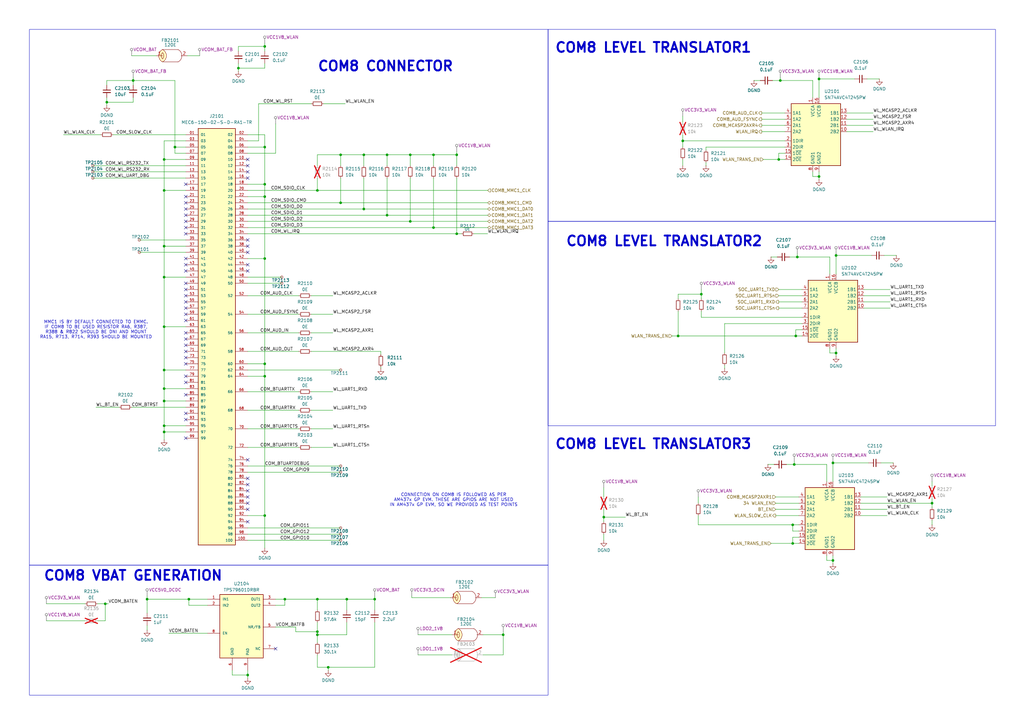
<source format=kicad_sch>
(kicad_sch (version 20250114) (generator "eeschema") (generator_version "9.0")
  (paper "A3")
  (title_block (title "Barre de son (base saine)") (date "2025-05-16") (rev "1.0") (company "NDH"))
  (rectangle (start 224.79 90.805) (end 408.305 174.625))
  (rectangle (start 224.79 12.065) (end 408.305 90.805))
  (rectangle (start 12.065 12.065) (end 224.79 231.775))
  (rectangle (start 12.065 231.775) (end 224.79 285.115))
  (text "COM8 LEVEL TRANSLATOR3" (at 267.97 182.245 0) (effects (font (size 4 4) (thickness 0.8) (bold yes))))
  (text "COM8 CONNECTOR" (at 158.115 27.305 0) (effects (font (size 4 4) (thickness 0.8) (bold yes))))
  (text "COM8 LEVEL TRANSLATOR2" (at 272.415 99.06 0) (effects (font (size 4 4) (thickness 0.8) (bold yes))))
  (text "COM8 VBAT GENERATION" (at 54.61 236.22 0) (effects (font (size 4 4) (thickness 0.8) (bold yes))))
  (text "CONNECTION ON COM8 IS FOLLOWED AS PER\nAM437x GP EVM. THESE ARE GPIOS ARE NOT USED\nIN AM437x GP EVM, SO WE PROVIDED AS TEST POINTS" (at 186.055 205.105 0) (effects (font (size 1.27 1.27))))
  (text "MMC1 IS BY DEFAULT CONNECTED TO EMMC.\nIF COM8 TO BE USED RESISTOR RA6, R387,\nR388 & R822 SHOULD BE DNI AND MOUNT\nRA15, R713, R714, R393 SHOULD BE MOUNTED\n" (at 39.37 135.255 0) (effects (font (size 1.27 1.27))))
  (text "COM8 LEVEL TRANSLATOR1\n" (at 267.97 19.685 0) (effects (font (size 4 4) (thickness 0.8) (bold yes))))
  (junction (at 67.31 164.465))
  (junction (at 247.65 212.09))
  (junction (at 287.655 120.65))
  (junction (at 341.63 229.87))
  (junction (at 101.6 276.86))
  (junction (at 108.585 154.305))
  (junction (at 278.13 137.795))
  (junction (at 43.815 41.91))
  (junction (at 130.175 259.08))
  (junction (at 177.8 63.5))
  (junction (at 43.18 247.65))
  (junction (at 335.915 32.385))
  (junction (at 67.31 100.965))
  (junction (at 108.585 106.045))
  (junction (at 108.585 19.05))
  (junction (at 280.035 57.785))
  (junction (at 67.31 113.665))
  (junction (at 116.84 245.745))
  (junction (at 67.31 133.985))
  (junction (at 67.31 65.405))
  (junction (at 130.175 78.105))
  (junction (at 77.47 245.745))
  (junction (at 335.915 72.39))
  (junction (at 325.12 215.265))
  (junction (at 187.325 63.5))
  (junction (at 67.31 177.165))
  (junction (at 319.405 65.405))
  (junction (at 326.39 137.795))
  (junction (at 149.225 63.5))
  (junction (at 108.585 75.565))
  (junction (at 71.755 60.325))
  (junction (at 187.325 95.885))
  (junction (at 108.585 80.645))
  (junction (at 382.27 206.375))
  (junction (at 325.12 222.885))
  (junction (at 342.9 144.78))
  (junction (at 54.61 33.02))
  (junction (at 341.63 189.865))
  (junction (at 134.62 273.685))
  (junction (at 108.585 60.325))
  (junction (at 158.75 63.5))
  (junction (at 108.585 149.225))
  (junction (at 130.175 245.745))
  (junction (at 177.8 93.345))
  (junction (at 153.67 245.745))
  (junction (at 320.04 33.02))
  (junction (at 139.7 83.185))
  (junction (at 97.79 27.94))
  (junction (at 327.025 105.41))
  (junction (at 67.31 174.625))
  (junction (at 67.31 159.385))
  (junction (at 108.585 211.455))
  (junction (at 67.31 151.765))
  (junction (at 139.7 63.5))
  (junction (at 206.375 260.35))
  (junction (at 130.175 260.35))
  (junction (at 67.31 78.105))
  (junction (at 142.24 245.745))
  (junction (at 168.275 63.5))
  (junction (at 60.325 245.745))
  (junction (at 168.275 90.805))
  (junction (at 325.755 190.5))
  (junction (at 342.9 104.775))
  (junction (at 158.75 88.265))
  (junction (at 149.225 85.725))
  (no_connect (at 76.2 146.685))
  (no_connect (at 76.2 139.065))
  (no_connect (at 76.2 118.745))
  (no_connect (at 76.2 75.565))
  (no_connect (at 101.6 188.595))
  (no_connect (at 101.6 100.965))
  (no_connect (at 101.6 108.585))
  (no_connect (at 76.2 108.585))
  (no_connect (at 101.6 111.125))
  (no_connect (at 101.6 213.995))
  (no_connect (at 101.6 67.945))
  (no_connect (at 76.2 128.905))
  (no_connect (at 101.6 70.485))
  (no_connect (at 76.2 121.285))
  (no_connect (at 76.2 156.845))
  (no_connect (at 101.6 196.215))
  (no_connect (at 76.2 116.205))
  (no_connect (at 76.2 106.045))
  (no_connect (at 76.2 126.365))
  (no_connect (at 76.2 131.445))
  (no_connect (at 113.03 266.065))
  (no_connect (at 76.2 80.645))
  (no_connect (at 76.2 111.125))
  (no_connect (at 76.2 85.725))
  (no_connect (at 101.6 65.405))
  (no_connect (at 76.2 144.145))
  (no_connect (at 101.6 201.295))
  (no_connect (at 76.2 149.225))
  (no_connect (at 76.2 172.085))
  (no_connect (at 101.6 203.835))
  (no_connect (at 76.2 83.185))
  (no_connect (at 76.2 141.605))
  (no_connect (at 101.6 98.425))
  (no_connect (at 76.2 88.265))
  (no_connect (at 76.2 95.885))
  (no_connect (at 101.6 206.375))
  (no_connect (at 101.6 73.025))
  (no_connect (at 76.2 93.345))
  (no_connect (at 76.2 161.925))
  (no_connect (at 101.6 208.915))
  (no_connect (at 101.6 103.505))
  (no_connect (at 76.2 136.525))
  (no_connect (at 101.6 198.755))
  (no_connect (at 76.2 169.545))
  (no_connect (at 76.2 123.825))
  (no_connect (at 76.2 90.805))
  (no_connect (at 76.2 154.305))
  (no_connect (at 76.2 179.705))
  (wire (pts (xy 316.23 222.885) (xy 325.12 222.885)))
  (wire (pts (xy 101.6 106.045) (xy 108.585 106.045)))
  (wire (pts (xy 198.12 260.35) (xy 206.375 260.35)))
  (wire (pts (xy 365.125 118.745) (xy 354.33 118.745)))
  (wire (pts (xy 335.915 32.385) (xy 350.52 32.385)))
  (wire (pts (xy 335.915 70.485) (xy 335.915 72.39)))
  (wire (pts (xy 60.325 258.445) (xy 60.325 256.54)))
  (wire (pts (xy 342.9 144.78) (xy 340.36 144.78)))
  (wire (pts (xy 333.375 33.02) (xy 320.04 33.02)))
  (wire (pts (xy 76.2 164.465) (xy 67.31 164.465)))
  (wire (pts (xy 156.21 145.415) (xy 156.21 144.145)))
  (wire (pts (xy 142.24 255.27) (xy 142.24 260.35)))
  (wire (pts (xy 67.31 177.165) (xy 67.31 180.34)))
  (wire (pts (xy 108.585 19.05) (xy 97.79 19.05)))
  (wire (pts (xy 326.39 137.795) (xy 328.93 137.795)))
  (wire (pts (xy 327.66 220.345) (xy 325.12 220.345)))
  (wire (pts (xy 136.525 175.895) (xy 127.635 175.895)))
  (wire (pts (xy 153.67 273.685) (xy 134.62 273.685)))
  (wire (pts (xy 57.15 103.505) (xy 76.2 103.505)))
  (wire (pts (xy 340.36 144.78) (xy 340.36 142.875)))
  (wire (pts (xy 141.605 42.545) (xy 132.715 42.545)))
  (wire (pts (xy 318.135 206.375) (xy 327.66 206.375)))
  (wire (pts (xy 67.31 65.405) (xy 76.2 65.405)))
  (wire (pts (xy 275.59 137.795) (xy 278.13 137.795)))
  (wire (pts (xy 168.275 63.5) (xy 168.275 67.945)))
  (wire (pts (xy 76.835 22.86) (xy 81.915 22.86)))
  (wire (pts (xy 101.6 60.325) (xy 108.585 60.325)))
  (wire (pts (xy 156.21 151.13) (xy 156.21 150.495)))
  (wire (pts (xy 278.13 137.795) (xy 326.39 137.795)))
  (wire (pts (xy 200.025 95.885) (xy 194.31 95.885)))
  (wire (pts (xy 76.2 167.005) (xy 53.975 167.005)))
  (wire (pts (xy 286.385 203.835) (xy 286.385 206.375)))
  (wire (pts (xy 108.585 75.565) (xy 108.585 80.645)))
  (wire (pts (xy 319.405 62.865) (xy 319.405 65.405)))
  (wire (pts (xy 247.65 208.915) (xy 247.65 212.09)))
  (wire (pts (xy 327.025 104.14) (xy 327.025 105.41)))
  (wire (pts (xy 382.27 197.485) (xy 382.27 199.39)))
  (wire (pts (xy 67.31 133.985) (xy 76.2 133.985)))
  (wire (pts (xy 67.31 57.785) (xy 76.2 57.785)))
  (wire (pts (xy 85.09 248.285) (xy 77.47 248.285)))
  (wire (pts (xy 77.47 248.285) (xy 77.47 245.745)))
  (wire (pts (xy 130.175 63.5) (xy 130.175 67.945)))
  (wire (pts (xy 134.62 273.685) (xy 134.62 274.955)))
  (wire (pts (xy 325.755 189.23) (xy 325.755 190.5)))
  (wire (pts (xy 318.135 211.455) (xy 327.66 211.455)))
  (wire (pts (xy 101.6 57.785) (xy 106.045 57.785)))
  (wire (pts (xy 168.91 245.11) (xy 184.785 245.11)))
  (wire (pts (xy 325.755 190.5) (xy 322.58 190.5)))
  (wire (pts (xy 187.325 73.025) (xy 187.325 95.885)))
  (wire (pts (xy 206.375 260.35) (xy 206.375 268.605)))
  (wire (pts (xy 101.6 80.645) (xy 108.585 80.645)))
  (wire (pts (xy 247.65 212.09) (xy 247.65 213.995)))
  (wire (pts (xy 168.275 73.025) (xy 168.275 90.805)))
  (wire (pts (xy 247.65 200.025) (xy 247.65 203.835)))
  (wire (pts (xy 95.25 276.86) (xy 101.6 276.86)))
  (wire (pts (xy 101.6 75.565) (xy 108.585 75.565)))
  (wire (pts (xy 153.67 255.27) (xy 153.67 273.685)))
  (wire (pts (xy 278.13 122.555) (xy 278.13 120.65)))
  (wire (pts (xy 101.6 175.895) (xy 122.555 175.895)))
  (wire (pts (xy 19.05 254.635) (xy 34.925 254.635)))
  (wire (pts (xy 130.175 78.105) (xy 200.025 78.105)))
  (wire (pts (xy 101.6 183.515) (xy 122.555 183.515)))
  (wire (pts (xy 289.56 61.595) (xy 289.56 60.325)))
  (wire (pts (xy 280.035 47.625) (xy 280.035 50.165)))
  (wire (pts (xy 19.05 247.65) (xy 34.925 247.65)))
  (wire (pts (xy 130.175 260.35) (xy 130.175 263.525)))
  (wire (pts (xy 101.6 128.905) (xy 122.555 128.905)))
  (wire (pts (xy 67.31 174.625) (xy 67.31 177.165)))
  (wire (pts (xy 149.225 85.725) (xy 101.6 85.725)))
  (wire (pts (xy 139.7 63.5) (xy 130.175 63.5)))
  (wire (pts (xy 130.175 245.745) (xy 116.84 245.745)))
  (wire (pts (xy 309.245 33.02) (xy 311.785 33.02)))
  (wire (pts (xy 54.61 34.925) (xy 54.61 33.02)))
  (wire (pts (xy 54.61 40.005) (xy 54.61 41.91)))
  (wire (pts (xy 67.31 65.405) (xy 67.31 57.785)))
  (wire (pts (xy 335.915 73.66) (xy 335.915 72.39)))
  (wire (pts (xy 60.325 245.745) (xy 60.325 251.46)))
  (wire (pts (xy 26.035 55.245) (xy 41.275 55.245)))
  (wire (pts (xy 342.9 104.775) (xy 342.9 104.14)))
  (wire (pts (xy 67.31 113.665) (xy 67.31 100.965)))
  (wire (pts (xy 171.45 260.35) (xy 185.42 260.35)))
  (wire (pts (xy 200.025 90.805) (xy 168.275 90.805)))
  (wire (pts (xy 339.09 190.5) (xy 325.755 190.5)))
  (wire (pts (xy 101.6 121.285) (xy 122.555 121.285)))
  (wire (pts (xy 130.175 255.27) (xy 130.175 259.08)))
  (wire (pts (xy 341.63 189.865) (xy 341.63 189.23)))
  (wire (pts (xy 130.175 250.19) (xy 130.175 245.745)))
  (wire (pts (xy 54.61 33.02) (xy 43.815 33.02)))
  (wire (pts (xy 289.56 60.325) (xy 321.945 60.325)))
  (wire (pts (xy 340.36 105.41) (xy 327.025 105.41)))
  (wire (pts (xy 130.175 73.025) (xy 130.175 78.105)))
  (wire (pts (xy 113.03 245.745) (xy 116.84 245.745)))
  (wire (pts (xy 101.6 276.86) (xy 101.6 278.13)))
  (wire (pts (xy 71.755 62.865) (xy 71.755 60.325)))
  (wire (pts (xy 101.6 274.955) (xy 101.6 276.86)))
  (wire (pts (xy 206.375 268.605) (xy 198.12 268.605)))
  (wire (pts (xy 335.915 32.385) (xy 335.915 31.75)))
  (wire (pts (xy 382.27 215.265) (xy 382.27 213.36)))
  (wire (pts (xy 312.42 48.895) (xy 321.945 48.895)))
  (wire (pts (xy 327.025 105.41) (xy 323.85 105.41)))
  (wire (pts (xy 69.215 259.715) (xy 85.09 259.715)))
  (wire (pts (xy 43.815 40.005) (xy 43.815 41.91)))
  (wire (pts (xy 382.27 204.47) (xy 382.27 206.375)))
  (wire (pts (xy 280.035 55.245) (xy 280.035 57.785)))
  (wire (pts (xy 101.6 62.865) (xy 113.03 62.865)))
  (wire (pts (xy 101.6 211.455) (xy 108.585 211.455)))
  (wire (pts (xy 247.65 221.615) (xy 247.65 219.075)))
  (wire (pts (xy 101.6 191.135) (xy 139.7 191.135)))
  (wire (pts (xy 158.75 63.5) (xy 158.75 67.945)))
  (wire (pts (xy 108.585 26.035) (xy 108.585 27.94)))
  (wire (pts (xy 358.14 51.435) (xy 347.345 51.435)))
  (wire (pts (xy 101.6 151.765) (xy 139.7 151.765)))
  (wire (pts (xy 358.14 53.975) (xy 347.345 53.975)))
  (wire (pts (xy 168.275 63.5) (xy 158.75 63.5)))
  (wire (pts (xy 363.855 203.835) (xy 353.06 203.835)))
  (wire (pts (xy 187.325 95.885) (xy 101.6 95.885)))
  (wire (pts (xy 39.37 167.005) (xy 48.895 167.005)))
  (wire (pts (xy 358.14 46.355) (xy 347.345 46.355)))
  (wire (pts (xy 139.7 63.5) (xy 139.7 67.945)))
  (wire (pts (xy 76.2 62.865) (xy 71.755 62.865)))
  (wire (pts (xy 101.6 116.205) (xy 115.57 116.205)))
  (wire (pts (xy 97.79 19.05) (xy 97.79 20.955)))
  (wire (pts (xy 136.525 160.655) (xy 127.635 160.655)))
  (wire (pts (xy 108.585 80.645) (xy 108.585 106.045)))
  (wire (pts (xy 342.9 104.775) (xy 357.505 104.775)))
  (wire (pts (xy 101.6 221.615) (xy 139.7 221.615)))
  (wire (pts (xy 339.09 229.87) (xy 339.09 227.965)))
  (wire (pts (xy 149.225 63.5) (xy 149.225 67.945)))
  (wire (pts (xy 287.655 120.65) (xy 287.655 122.555)))
  (wire (pts (xy 158.75 63.5) (xy 149.225 63.5)))
  (wire (pts (xy 286.385 211.455) (xy 286.385 215.265)))
  (wire (pts (xy 278.13 127.635) (xy 278.13 137.795)))
  (wire (pts (xy 353.06 206.375) (xy 382.27 206.375)))
  (wire (pts (xy 101.6 55.245) (xy 108.585 55.245)))
  (wire (pts (xy 67.31 164.465) (xy 67.31 174.625)))
  (wire (pts (xy 142.24 245.745) (xy 142.24 250.19)))
  (wire (pts (xy 38.1 70.485) (xy 76.2 70.485)))
  (wire (pts (xy 134.62 273.685) (xy 130.175 273.685)))
  (wire (pts (xy 67.31 151.765) (xy 67.31 159.385)))
  (wire (pts (xy 367.665 104.775) (xy 362.585 104.775)))
  (wire (pts (xy 325.12 220.345) (xy 325.12 222.885)))
  (wire (pts (xy 97.79 27.94) (xy 97.79 29.21)))
  (wire (pts (xy 101.6 149.225) (xy 108.585 149.225)))
  (wire (pts (xy 168.91 244.475) (xy 168.91 245.11)))
  (wire (pts (xy 101.6 160.655) (xy 122.555 160.655)))
  (wire (pts (xy 177.8 93.345) (xy 101.6 93.345)))
  (wire (pts (xy 101.6 136.525) (xy 122.555 136.525)))
  (wire (pts (xy 136.525 168.275) (xy 127.635 168.275)))
  (wire (pts (xy 67.31 159.385) (xy 76.2 159.385)))
  (wire (pts (xy 67.31 78.105) (xy 67.31 65.405)))
  (wire (pts (xy 108.585 60.325) (xy 108.585 75.565)))
  (wire (pts (xy 312.42 46.355) (xy 321.945 46.355)))
  (wire (pts (xy 358.14 48.895) (xy 347.345 48.895)))
  (wire (pts (xy 321.945 62.865) (xy 319.405 62.865)))
  (wire (pts (xy 149.225 73.025) (xy 149.225 85.725)))
  (wire (pts (xy 256.54 212.09) (xy 247.65 212.09)))
  (wire (pts (xy 67.31 151.765) (xy 76.2 151.765)))
  (wire (pts (xy 320.04 33.02) (xy 316.865 33.02)))
  (wire (pts (xy 77.47 245.745) (xy 60.325 245.745)))
  (wire (pts (xy 341.63 197.485) (xy 341.63 189.865)))
  (wire (pts (xy 200.025 88.265) (xy 158.75 88.265)))
  (wire (pts (xy 153.67 244.475) (xy 153.67 245.745)))
  (wire (pts (xy 43.815 33.02) (xy 43.815 34.925)))
  (wire (pts (xy 177.8 73.025) (xy 177.8 93.345)))
  (wire (pts (xy 200.025 83.185) (xy 139.7 83.185)))
  (wire (pts (xy 342.9 142.875) (xy 342.9 144.78)))
  (wire (pts (xy 67.31 159.385) (xy 67.31 164.465)))
  (wire (pts (xy 280.035 57.785) (xy 280.035 60.325)))
  (wire (pts (xy 71.755 60.325) (xy 71.755 33.02)))
  (wire (pts (xy 67.31 174.625) (xy 76.2 174.625)))
  (wire (pts (xy 319.405 121.285) (xy 328.93 121.285)))
  (wire (pts (xy 314.96 190.5) (xy 317.5 190.5)))
  (wire (pts (xy 340.36 112.395) (xy 340.36 105.41)))
  (wire (pts (xy 319.405 65.405) (xy 321.945 65.405)))
  (wire (pts (xy 130.175 259.08) (xy 121.285 259.08)))
  (wire (pts (xy 97.79 26.035) (xy 97.79 27.94)))
  (wire (pts (xy 142.24 245.745) (xy 130.175 245.745)))
  (wire (pts (xy 130.175 259.08) (xy 130.175 260.35)))
  (wire (pts (xy 341.63 227.965) (xy 341.63 229.87)))
  (wire (pts (xy 382.27 206.375) (xy 382.27 208.28)))
  (wire (pts (xy 328.93 135.255) (xy 326.39 135.255)))
  (wire (pts (xy 38.1 67.945) (xy 76.2 67.945)))
  (wire (pts (xy 113.03 248.285) (xy 116.84 248.285)))
  (wire (pts (xy 136.525 128.905) (xy 127.635 128.905)))
  (wire (pts (xy 297.18 132.715) (xy 328.93 132.715)))
  (wire (pts (xy 312.42 51.435) (xy 321.945 51.435)))
  (wire (pts (xy 153.67 245.745) (xy 142.24 245.745)))
  (wire (pts (xy 197.485 245.11) (xy 203.2 245.11)))
  (wire (pts (xy 319.405 118.745) (xy 328.93 118.745)))
  (wire (pts (xy 365.125 126.365) (xy 354.33 126.365)))
  (wire (pts (xy 312.42 53.975) (xy 321.945 53.975)))
  (wire (pts (xy 341.63 231.14) (xy 341.63 229.87)))
  (wire (pts (xy 113.03 50.8) (xy 113.03 62.865)))
  (wire (pts (xy 101.6 216.535) (xy 139.7 216.535)))
  (wire (pts (xy 77.47 245.745) (xy 85.09 245.745)))
  (wire (pts (xy 189.23 95.885) (xy 187.325 95.885)))
  (wire (pts (xy 67.31 151.765) (xy 67.31 133.985)))
  (wire (pts (xy 287.655 118.745) (xy 287.655 120.65)))
  (wire (pts (xy 101.6 154.305) (xy 108.585 154.305)))
  (wire (pts (xy 335.915 72.39) (xy 333.375 72.39)))
  (wire (pts (xy 71.755 60.325) (xy 76.2 60.325)))
  (wire (pts (xy 318.135 208.915) (xy 327.66 208.915)))
  (wire (pts (xy 136.525 183.515) (xy 127.635 183.515)))
  (wire (pts (xy 297.18 151.13) (xy 297.18 149.86)))
  (wire (pts (xy 339.09 197.485) (xy 339.09 190.5)))
  (wire (pts (xy 121.285 259.08) (xy 121.285 257.175)))
  (wire (pts (xy 136.525 121.285) (xy 127.635 121.285)))
  (wire (pts (xy 101.6 113.665) (xy 115.57 113.665)))
  (wire (pts (xy 67.31 100.965) (xy 67.31 78.105)))
  (wire (pts (xy 139.7 73.025) (xy 139.7 83.185)))
  (wire (pts (xy 108.585 149.225) (xy 108.585 154.305)))
  (wire (pts (xy 171.45 268.605) (xy 185.42 268.605)))
  (wire (pts (xy 101.6 193.675) (xy 139.7 193.675)))
  (wire (pts (xy 363.855 211.455) (xy 353.06 211.455)))
  (wire (pts (xy 187.325 63.5) (xy 177.8 63.5)))
  (wire (pts (xy 106.045 42.545) (xy 127.635 42.545)))
  (wire (pts (xy 325.12 215.265) (xy 286.385 215.265)))
  (wire (pts (xy 108.585 106.045) (xy 108.585 149.225)))
  (wire (pts (xy 108.585 154.305) (xy 108.585 211.455)))
  (wire (pts (xy 101.6 144.145) (xy 122.555 144.145)))
  (wire (pts (xy 335.915 40.005) (xy 335.915 32.385)))
  (wire (pts (xy 40.005 247.65) (xy 43.18 247.65)))
  (wire (pts (xy 43.815 41.91) (xy 43.815 43.18)))
  (wire (pts (xy 38.1 73.025) (xy 76.2 73.025)))
  (wire (pts (xy 280.035 67.945) (xy 280.035 65.405)))
  (wire (pts (xy 313.055 65.405) (xy 319.405 65.405)))
  (wire (pts (xy 325.12 222.885) (xy 327.66 222.885)))
  (wire (pts (xy 116.84 248.285) (xy 116.84 245.745)))
  (wire (pts (xy 327.66 215.265) (xy 325.12 215.265)))
  (wire (pts (xy 278.13 120.65) (xy 287.655 120.65)))
  (wire (pts (xy 67.31 113.665) (xy 76.2 113.665)))
  (wire (pts (xy 108.585 211.455) (xy 108.585 224.79)))
  (wire (pts (xy 321.945 57.785) (xy 280.035 57.785)))
  (wire (pts (xy 95.25 274.955) (xy 95.25 276.86)))
  (wire (pts (xy 149.225 63.5) (xy 139.7 63.5)))
  (wire (pts (xy 127.635 144.145) (xy 156.21 144.145)))
  (wire (pts (xy 97.79 27.94) (xy 108.585 27.94)))
  (wire (pts (xy 43.18 247.65) (xy 44.45 247.65)))
  (wire (pts (xy 297.18 132.715) (xy 297.18 144.78)))
  (wire (pts (xy 333.375 72.39) (xy 333.375 70.485)))
  (wire (pts (xy 71.755 33.02) (xy 54.61 33.02)))
  (wire (pts (xy 200.025 85.725) (xy 149.225 85.725)))
  (wire (pts (xy 319.405 126.365) (xy 328.93 126.365)))
  (wire (pts (xy 319.405 123.825) (xy 328.93 123.825)))
  (wire (pts (xy 316.23 105.41) (xy 318.77 105.41)))
  (wire (pts (xy 121.285 257.175) (xy 113.03 257.175)))
  (wire (pts (xy 187.325 62.23) (xy 187.325 63.5)))
  (wire (pts (xy 43.18 254.635) (xy 40.005 254.635)))
  (wire (pts (xy 287.655 127.635) (xy 287.655 130.175)))
  (wire (pts (xy 365.125 123.825) (xy 354.33 123.825)))
  (wire (pts (xy 57.15 98.425) (xy 76.2 98.425)))
  (wire (pts (xy 320.04 31.75) (xy 320.04 33.02)))
  (wire (pts (xy 101.6 219.075) (xy 139.7 219.075)))
  (wire (pts (xy 177.8 63.5) (xy 168.275 63.5)))
  (wire (pts (xy 168.275 90.805) (xy 101.6 90.805)))
  (wire (pts (xy 318.135 203.835) (xy 327.66 203.835)))
  (wire (pts (xy 326.39 135.255) (xy 326.39 137.795)))
  (wire (pts (xy 289.56 67.945) (xy 289.56 66.675)))
  (wire (pts (xy 200.025 93.345) (xy 177.8 93.345)))
  (wire (pts (xy 108.585 17.78) (xy 108.585 19.05)))
  (wire (pts (xy 67.31 100.965) (xy 76.2 100.965)))
  (wire (pts (xy 206.375 259.08) (xy 206.375 260.35)))
  (wire (pts (xy 327.66 217.805) (xy 325.12 217.805)))
  (wire (pts (xy 106.045 57.785) (xy 106.045 42.545)))
  (wire (pts (xy 153.67 250.19) (xy 153.67 245.745)))
  (wire (pts (xy 187.325 67.945) (xy 187.325 63.5)))
  (wire (pts (xy 325.12 217.805) (xy 325.12 215.265)))
  (wire (pts (xy 101.6 78.105) (xy 130.175 78.105)))
  (wire (pts (xy 363.855 208.915) (xy 353.06 208.915)))
  (wire (pts (xy 76.2 177.165) (xy 67.31 177.165)))
  (wire (pts (xy 60.325 244.475) (xy 60.325 245.745)))
  (wire (pts (xy 342.9 146.05) (xy 342.9 144.78)))
  (wire (pts (xy 108.585 20.955) (xy 108.585 19.05)))
  (wire (pts (xy 142.24 260.35) (xy 130.175 260.35)))
  (wire (pts (xy 43.18 247.65) (xy 43.18 254.635)))
  (wire (pts (xy 158.75 73.025) (xy 158.75 88.265)))
  (wire (pts (xy 365.125 121.285) (xy 354.33 121.285)))
  (wire (pts (xy 76.2 55.245) (xy 46.355 55.245)))
  (wire (pts (xy 54.61 31.75) (xy 54.61 33.02)))
  (wire (pts (xy 130.175 273.685) (xy 130.175 268.605)))
  (wire (pts (xy 139.7 83.185) (xy 101.6 83.185)))
  (wire (pts (xy 43.815 41.91) (xy 54.61 41.91)))
  (wire (pts (xy 328.93 130.175) (xy 287.655 130.175)))
  (wire (pts (xy 342.9 112.395) (xy 342.9 104.775)))
  (wire (pts (xy 67.31 78.105) (xy 76.2 78.105)))
  (wire (pts (xy 360.68 32.385) (xy 355.6 32.385)))
  (wire (pts (xy 67.31 133.985) (xy 67.31 113.665)))
  (wire (pts (xy 101.6 168.275) (xy 122.555 168.275)))
  (wire (pts (xy 177.8 63.5) (xy 177.8 67.945)))
  (wire (pts (xy 333.375 40.005) (xy 333.375 33.02)))
  (wire (pts (xy 53.975 22.86) (xy 64.135 22.86)))
  (wire (pts (xy 366.395 189.865) (xy 361.315 189.865)))
  (wire (pts (xy 108.585 55.245) (xy 108.585 60.325)))
  (wire (pts (xy 136.525 136.525) (xy 127.635 136.525)))
  (wire (pts (xy 158.75 88.265) (xy 101.6 88.265)))
  (wire (pts (xy 341.63 229.87) (xy 339.09 229.87)))
  (wire (pts (xy 341.63 189.865) (xy 356.235 189.865)))
  (label "WL_UART1_RXD" (at 365.125 123.825 0))
  (label "COM_SDIO_D1" (at 111.125 88.265 0))
  (label "COM_SLOW_CLK" (at 47.625 55.245 0))
  (label "WL_UART1_RTSn" (at 136.525 175.895 0))
  (label "WL_MCASP2_ACLKR" (at 136.525 121.285 0))
  (label "WL_MCASP2_AXR4" (at 358.14 51.435 0))
  (label "WL_WLAN_EN" (at 363.855 206.375 0))
  (label "COM_AUD_FSYNC" (at 106.68 128.905 0))
  (label "WL_MCASP2_AXR4" (at 136.525 144.145 0))
  (label "VCOM_BATEN" (at 69.215 259.715 0))
  (label "WL_MCASP2_FSR" (at 358.14 48.895 0))
  (label "COM_GPIO11" (at 127 216.535 180))
  (label "COM_BTUARTRTS" (at 106.68 183.515 0))
  (label "COM_GPIO10" (at 127 221.615 180))
  (label "WL_MCASP2_FSR" (at 136.525 128.905 0))
  (label "COM_GPIO12" (at 127 219.075 180))
  (label "WL_WLAN_IRQ" (at 200.025 95.885 0))
  (label "COM_SDIO_D0" (at 111.125 85.725 0))
  (label "COM_BTUARTRX" (at 106.68 168.275 0))
  (label "WL_UART1_RTSn" (at 365.125 121.285 0))
  (label "WL_UART1_CTSn" (at 365.125 126.365 0))
  (label "COM_AUD_IN" (at 106.68 136.525 0))
  (label "COM_BTRST" (at 53.975 167.005 0))
  (label "WL_MCASP2_ACLKR" (at 358.14 46.355 0))
  (label "COM_WL_RS232_TX" (at 43.18 67.945 0))
  (label "WL_BT_EN" (at 363.855 208.915 0))
  (label "COM_WL_RST" (at 107.95 42.545 0))
  (label "VCOM_BATEN" (at 44.45 247.65 0))
  (label "COM_SDIO_D3" (at 111.125 93.345 0))
  (label "WL_MCASP2_AXR1" (at 363.855 203.835 0))
  (label "WL_UART1_RXD" (at 136.525 160.655 0))
  (label "COM_BTUARTDEBUG" (at 127 191.135 180))
  (label "WL_WLAN_IRQ" (at 358.14 53.975 0))
  (label "COM_WL_UART_DBG" (at 43.18 73.025 0))
  (label "WL_UART1_CTSn" (at 136.525 183.515 0))
  (label "COM_SDIO_D2" (at 111.125 90.805 0))
  (label "WL_WLAN_EN" (at 141.605 42.545 0))
  (label "COM_SDIO_CMD" (at 111.125 83.185 0))
  (label "WL_BT_EN" (at 256.54 212.09 0))
  (label "VCOM_BATFB" (at 113.03 257.175 0))
  (label "COM_AUD_OUT" (at 106.68 144.145 0))
  (label "COM_BTUARTCTS" (at 106.68 175.895 0))
  (label "WL_UART1_TXD" (at 136.525 168.275 0))
  (label "COM_BTUARTTX" (at 106.68 160.655 0))
  (label "WL_MCASP2_AXR1" (at 136.525 136.525 0))
  (label "WL_WLAN_CLK" (at 26.035 55.245 0))
  (label "COM_AUD_CLK" (at 106.68 121.285 0))
  (label "WL_UART1_TXD" (at 365.125 118.745 0))
  (label "COM_WL_IRQ" (at 111.125 95.885 0))
  (label "WL_WLAN_CLK" (at 363.855 211.455 0))
  (label "WL_BT_EN" (at 39.37 167.005 0))
  (label "COM_GPIO9" (at 127 193.675 180))
  (label "COM_SDIO_CLK" (at 111.125 78.105 0))
  (label "COM_WL_RS232_RX" (at 43.18 70.485 0))
  (hierarchical_label "SOC_UART1_TXD" (shape input) (at 319.405 118.745 180))
  (hierarchical_label "COM8_MMC1_DAT0" (shape bidirectional) (at 200.025 85.725 0))
  (hierarchical_label "COM8_MMC1_DAT1" (shape bidirectional) (at 200.025 88.265 0))
  (hierarchical_label "COM8_MMC1_DAT3" (shape bidirectional) (at 200.025 93.345 0))
  (hierarchical_label "WLAN_TRANS_EN" (shape input) (at 313.055 65.405 180))
  (hierarchical_label "SOC_UART1_CTSn" (shape output) (at 319.405 126.365 180))
  (hierarchical_label "COM8_MMC1_CLK" (shape input) (at 200.025 78.105 0))
  (hierarchical_label "BT_EN" (shape input) (at 318.135 208.915 180))
  (hierarchical_label "SOC_UART1_RXD" (shape output) (at 319.405 123.825 180))
  (hierarchical_label "COM8_MMC1_DAT2" (shape bidirectional) (at 200.025 90.805 0))
  (hierarchical_label "COM8_AUD_CLK" (shape output) (at 312.42 46.355 180))
  (hierarchical_label "WLAN_TRANS_EN" (shape input) (at 275.59 137.795 180))
  (hierarchical_label "COM8_MCASP2AXR4" (shape output) (at 312.42 51.435 180))
  (hierarchical_label "COM8_MCASP2AXR1" (shape input) (at 318.135 203.835 180))
  (hierarchical_label "WLAN_TRANS_EN" (shape input) (at 316.23 222.885 180))
  (hierarchical_label "WLAN_IRQ" (shape output) (at 312.42 53.975 180))
  (hierarchical_label "SOC_UART1_RTSn" (shape input) (at 319.405 121.285 180))
  (hierarchical_label "COM8_MMC1_CMD" (shape bidirectional) (at 200.025 83.185 0))
  (hierarchical_label "COM8_AUD_FSYNC" (shape output) (at 312.42 48.895 180))
  (hierarchical_label "34 WLAN_EN" (shape input) (at 318.135 206.375 180))
  (hierarchical_label "WLAN_SLOW_CLK" (shape output) (at 318.135 211.455 180))
  (netclass_flag "" (length 2.54) (shape round) (at 325.755 189.23 0) (property "Netclass" "VCC3V3_WLAN" (at 326.4535 186.69 0) (effects (justify left))))
  (netclass_flag "" (length 2.54) (shape round) (at 247.65 200.025 0) (property "Netclass" "VCC1V8_WLAN" (at 248.3485 197.485 0) (effects (justify left))))
  (netclass_flag "" (length 2.54) (shape round) (at 342.9 104.14 0) (property "Netclass" "VCC1V8_WLAN" (at 343.5985 101.6 0) (effects (justify left))))
  (netclass_flag "" (length 2.54) (shape round) (at 206.375 259.08 0) (property "Netclass" "VCC1V8_WLAN" (at 207.0735 256.54 0) (effects (justify left))))
  (netclass_flag "" (length 2.54) (shape round) (at 286.385 203.835 0) (property "Netclass" "VCC3V3_WLAN" (at 287.0835 201.295 0) (effects (justify left))))
  (netclass_flag "" (length 2.54) (shape round) (at 153.67 244.475 0) (property "Netclass" "VCOM_BAT" (at 154.3685 241.935 0) (effects (justify left))))
  (netclass_flag "" (length 2.54) (shape round) (at 203.2 245.11 0) (property "Netclass" "VCC3V3_WLAN" (at 203.8985 242.57 0) (effects (justify left))))
  (netclass_flag "" (length 2.54) (shape round) (at 113.03 50.8 0) (property "Netclass" "VCC1V8_WLAN" (at 113.7285 48.26 0) (effects (justify left))))
  (netclass_flag "" (length 2.54) (shape round) (at 341.63 189.23 0) (property "Netclass" "VCC1V8_WLAN" (at 342.3285 186.69 0) (effects (justify left))))
  (netclass_flag "" (length 2.54) (shape round) (at 171.45 268.605 0) (property "Netclass" "LDO1_1V8" (at 172.1485 266.065 0) (effects (justify left))))
  (netclass_flag "" (length 2.54) (shape round) (at 54.61 31.75 0) (property "Netclass" "VCOM_BAT_FB" (at 55.3085 29.21 0) (effects (justify left))))
  (netclass_flag "" (length 2.54) (shape round) (at 335.915 31.75 0) (property "Netclass" "VCC1V8_WLAN" (at 336.6135 29.21 0) (effects (justify left))))
  (netclass_flag "" (length 2.54) (shape round) (at 187.325 62.23 0) (property "Netclass" "VCC1V8_WLAN" (at 188.0235 59.69 0) (effects (justify left))))
  (netclass_flag "" (length 2.54) (shape round) (at 108.585 17.78 0) (property "Netclass" "VCC1V8_WLAN" (at 109.2835 15.24 0) (effects (justify left))))
  (netclass_flag "" (length 2.54) (shape round) (at 382.27 197.485 0) (property "Netclass" "VCC1V8_WLAN" (at 382.9685 194.945 0) (effects (justify left))))
  (netclass_flag "" (length 2.54) (shape round) (at 19.05 247.65 0) (property "Netclass" "VCC3V3_WLAN" (at 19.7485 245.11 0) (effects (justify left))))
  (netclass_flag "" (length 2.54) (shape round) (at 320.04 31.75 0) (property "Netclass" "VCC3V3_WLAN" (at 320.7385 29.21 0) (effects (justify left))))
  (netclass_flag "" (length 2.54) (shape round) (at 280.035 47.625 0) (property "Netclass" "VCC3V3_WLAN" (at 280.7335 45.085 0) (effects (justify left))))
  (netclass_flag "" (length 2.54) (shape round) (at 171.45 260.35 0) (property "Netclass" "LDO2_1V8" (at 172.1485 257.81 0) (effects (justify left))))
  (netclass_flag "" (length 2.54) (shape round) (at 19.05 254.635 0) (property "Netclass" "VCC1V8_WLAN" (at 19.7485 252.095 0) (effects (justify left))))
  (netclass_flag "" (length 2.54) (shape round) (at 287.655 118.745 0) (property "Netclass" "VCC3V3_WLAN" (at 288.3535 116.205 0) (effects (justify left))))
  (netclass_flag "" (length 2.54) (shape round) (at 168.91 244.475 0) (property "Netclass" "VCC3V3_DCIN" (at 169.6085 241.935 0) (effects (justify left))))
  (netclass_flag "" (length 2.54) (shape round) (at 60.325 244.475 0) (property "Netclass" "VCC5V0_DCDC" (at 61.0235 241.935 0) (effects (justify left))))
  (netclass_flag "" (length 2.54) (shape round) (at 81.8753 22.86 0) (property "Netclass" "VCOM_BAT_FB" (at 82.5738 20.32 0) (effects (justify left))))
  (netclass_flag "" (length 2.54) (shape round) (at 53.975 22.86 0) (property "Netclass" "VCOM_BAT" (at 54.6735 20.32 0) (effects (justify left))))
  (netclass_flag "" (length 2.54) (shape round) (at 327.025 104.14 0) (property "Netclass" "VCC3V3_WLAN" (at 327.7235 101.6 0) (effects (justify left))))
  (symbol (lib_id "Connector:TestPoint_Small") (at 57.15 98.425 0) (unit 1)
    (property "Reference" "TP2102" (at 53.975 97.155 0) (effects (justify left)))
    (property "Value" "TestPoint_Small" (effects (hide yes)))
    (property "Description" "test point" (effects (hide yes)))
  )
  (symbol (lib_id "power:GND") (at 382.27 215.265 0) (unit 1)
    (property "Reference" "#PWR0536" (effects (hide yes)))
    (property "Value" "DGND" (at 382.27 219.329 0))
    (property "Description" "Power symbol creates a global label with name \"GND\" , ground" (effects (hide yes)))
  )
  (symbol (lib_id "Connector:TestPoint_Small") (at 139.7 193.675 180) (unit 1)
    (property "Reference" "TP2109" (at 142.875 194.945 0) (effects (justify left)))
    (property "Value" "TestPoint_Small" (effects (hide yes)))
    (property "Description" "test point" (effects (hide yes)))
  )
  (symbol (lib_id "Device:R_Small") (at 43.815 55.245 90) (unit 1)
    (property "Reference" "R2101" (at 43.815 50.165 90))
    (property "Value" "0E" (at 43.815 52.705 90))
    (property "Description" "Resistor, small symbol" (effects (hide yes)))
  )
  (symbol (lib_id "Device:R_Small") (at 286.385 208.915 180) (unit 1)
    (property "Reference" "R2128" (at 288.29 207.6449 0) (effects (justify right)))
    (property "Value" "10k" (at 288.29 210.1849 0) (effects (justify right)))
    (property "Description" "Resistor, small symbol" (effects (hide yes)))
  )
  (symbol (lib_id "power:GND") (at 280.035 67.945 0) (unit 1)
    (property "Reference" "#PWR0526" (effects (hide yes)))
    (property "Value" "DGND" (at 280.035 72.009 0))
    (property "Description" "Power symbol creates a global label with name \"GND\" , ground" (effects (hide yes)))
  )
  (symbol (lib_id "Device:C_Small") (at 314.325 33.02 90) (unit 1)
    (property "Reference" "C2105" (at 314.3313 26.035 90))
    (property "Value" "0.1uF" (at 314.3313 28.575 90))
    (property "Description" "Unpolarized capacitor, small symbol" (effects (hide yes)))
  )
  (symbol (lib_id "Libglobal:MPZ1005S121CT000") (at 191.77 264.795 0) (unit 1) (dnp yes)
    (property "Reference" "FB2103" (at 191.135 264.16 0))
    (property "Value" "~" (at 191.135 264.16 0))
  )
  (symbol (lib_id "Libglobal:MEC6-150-02-S-D-RA1-TR") (at 88.9 116.205 0) (unit 1)
    (property "Reference" "J2101" (at 88.9 47.625 0))
    (property "Value" "MEC6-150-02-S-D-RA1-TR" (at 88.9 50.165 0))
    (property "Footprint" "MEC6-150-02-S-D-RA1-TR:SAMTEC_MEC6-150-02-S-D-RA1-TR" (effects (hide yes)))
    (property "MF" "Samtec" (effects (hide yes)))
    (property "Description_1" "100 Position Female Connector Non Specified - Dual Edge Gold 0.025 (0.64mm) Black" (effects (hide yes)))
    (property "Package" "None" (effects (hide yes)))
    (property "Price" "None" (effects (hide yes)))
    (property "Check_prices" "https://www.snapeda.com/parts/MEC6-150-02-S-D-RA1-TR/Samtec/view-part/?ref=eda" (effects (hide yes)))
    (property "STANDARD" "Manufacturer Recommendations" (effects (hide yes)))
    (property "PARTREV" "E" (effects (hide yes)))
    (property "SnapEDA_Link" "https://www.snapeda.com/parts/MEC6-150-02-S-D-RA1-TR/Samtec/view-part/?ref=snap" (effects (hide yes)))
    (property "MP" "MEC6-150-02-S-D-RA1-TR" (effects (hide yes)))
    (property "Availability" "In Stock" (effects (hide yes)))
    (property "MANUFACTURER" "SAMTEC" (effects (hide yes)))
  )
  (symbol (lib_id "Device:R_Small") (at 125.095 160.655 90) (unit 1)
    (property "Reference" "R2106" (at 125.095 155.575 90))
    (property "Value" "0E" (at 125.095 158.115 90))
    (property "Description" "Resistor, small symbol" (effects (hide yes)))
  )
  (symbol (lib_id "Device:C_Small") (at 320.04 190.5 90) (unit 1)
    (property "Reference" "C2109" (at 320.0463 183.515 90))
    (property "Value" "0.1uF" (at 320.0463 186.055 90))
    (property "Description" "Unpolarized capacitor, small symbol" (effects (hide yes)))
  )
  (symbol (lib_id "power:GND") (at 297.18 151.13 0) (unit 1)
    (property "Reference" "#PWR0528" (effects (hide yes)))
    (property "Value" "DGND" (at 297.18 155.194 0))
    (property "Description" "Power symbol creates a global label with name \"GND\" , ground" (effects (hide yes)))
  )
  (symbol (lib_id "Device:R_Small") (at 247.65 216.535 180) (unit 1)
    (property "Reference" "R2131" (at 249.555 215.2649 0) (effects (justify right)))
    (property "Value" "10k" (at 249.555 217.8049 0) (effects (justify right)))
    (property "Description" "Resistor, small symbol" (effects (hide yes)))
  )
  (symbol (lib_id "Device:R_Small") (at 382.27 210.82 180) (unit 1)
    (property "Reference" "R2129" (at 384.175 209.5499 0) (effects (justify right)))
    (property "Value" "10k" (at 384.175 212.0899 0) (effects (justify right)))
    (property "Description" "Resistor, small symbol" (effects (hide yes)))
  )
  (symbol (lib_id "Device:R_Small") (at 37.465 247.65 270) (unit 1)
    (property "Reference" "R2134" (at 37.465 242.57 90))
    (property "Value" "0E" (at 37.465 245.11 90))
    (property "Description" "Resistor, small symbol" (effects (hide yes)))
  )
  (symbol (lib_id "power:GND") (at 309.245 33.02 0) (unit 1)
    (property "Reference" "#PWR0524" (effects (hide yes)))
    (property "Value" "DGND" (at 309.245 37.084 0))
    (property "Description" "Power symbol creates a global label with name \"GND\" , ground" (effects (hide yes)))
  )
  (symbol (lib_id "Device:C_Small") (at 54.61 37.465 0) (unit 1)
    (property "Reference" "C2104" (at 57.785 36.2012 0) (effects (justify left)))
    (property "Value" "0.1uF" (at 57.785 38.7412 0) (effects (justify left)))
    (property "Description" "Unpolarized capacitor, small symbol" (effects (hide yes)))
  )
  (symbol (lib_id "power:GND") (at 342.9 146.05 0) (unit 1)
    (property "Reference" "#PWR0530" (effects (hide yes)))
    (property "Value" "DGND" (at 342.9 150.114 0))
    (property "Description" "Power symbol creates a global label with name \"GND\" , ground" (effects (hide yes)))
  )
  (symbol (lib_id "Connector:TestPoint_Small") (at 38.1 73.025 0) (unit 1)
    (property "Reference" "TP2103" (at 34.925 71.755 0) (effects (justify left)))
    (property "Value" "TestPoint_Small" (effects (hide yes)))
    (property "Description" "test point" (effects (hide yes)))
  )
  (symbol (lib_id "power:GND") (at 60.325 258.445 0) (unit 1)
    (property "Reference" "#PWR0532" (effects (hide yes)))
    (property "Value" "DGND" (at 60.325 262.509 0))
    (property "Description" "Power symbol creates a global label with name \"GND\" , ground" (effects (hide yes)))
  )
  (symbol (lib_id "Device:R_Small") (at 287.655 125.095 180) (unit 1)
    (property "Reference" "R2124" (at 289.56 123.8249 0) (effects (justify right)))
    (property "Value" "10k" (at 289.56 126.3649 0) (effects (justify right)))
    (property "Description" "Resistor, small symbol" (effects (hide yes)))
  )
  (symbol (lib_id "power:GND") (at 289.56 67.945 0) (unit 1)
    (property "Reference" "#PWR0525" (effects (hide yes)))
    (property "Value" "DGND" (at 289.56 72.009 0))
    (property "Description" "Power symbol creates a global label with name \"GND\" , ground" (effects (hide yes)))
  )
  (symbol (lib_id "power:GND") (at 156.21 151.13 0) (unit 1)
    (property "Reference" "#PWR0521" (effects (hide yes)))
    (property "Value" "DGND" (at 156.21 155.194 0))
    (property "Description" "Power symbol creates a global label with name \"GND\" , ground" (effects (hide yes)))
  )
  (symbol (lib_id "Connector:TestPoint_Small") (at 139.7 221.615 180) (unit 1)
    (property "Reference" "TP2106" (at 142.875 222.885 0) (effects (justify left)))
    (property "Value" "TestPoint_Small" (effects (hide yes)))
    (property "Description" "test point" (effects (hide yes)))
  )
  (symbol (lib_id "Device:R_Small") (at 149.225 70.485 180) (unit 1)
    (property "Reference" "R2116" (at 151.13 69.2149 0) (effects (justify right)))
    (property "Value" "10k" (at 151.13 71.7549 0) (effects (justify right)))
    (property "Description" "Resistor, small symbol" (effects (hide yes)))
  )
  (symbol (lib_id "Device:R_Small") (at 125.095 183.515 90) (unit 1)
    (property "Reference" "R2103" (at 125.095 178.435 90))
    (property "Value" "0E" (at 125.095 180.975 90))
    (property "Description" "Resistor, small symbol" (effects (hide yes)))
  )
  (symbol (lib_id "Libglobal:MPZ1005S121CT000") (at 191.135 241.3 0) (unit 1)
    (property "Reference" "FB2102" (at 190.5 238.76 0))
    (property "Value" "120E" (at 190.5 240.665 0))
  )
  (symbol (lib_id "power:GND") (at 134.62 274.955 0) (unit 1)
    (property "Reference" "#PWR0538" (effects (hide yes)))
    (property "Value" "DGND" (at 134.62 279.019 0))
    (property "Description" "Power symbol creates a global label with name \"GND\" , ground" (effects (hide yes)))
  )
  (symbol (lib_id "Device:R_Small") (at 278.13 125.095 180) (unit 1)
    (property "Reference" "R2125" (at 280.035 123.8249 0) (effects (justify right)))
    (property "Value" "10k" (at 280.035 126.3649 0) (effects (justify right)))
    (property "Description" "Resistor, small symbol" (effects (hide yes)))
  )
  (symbol (lib_id "Connector:TestPoint_Small") (at 115.57 113.665 180) (unit 1)
    (property "Reference" "TP2113" (at 118.745 114.935 0) (effects (justify left)))
    (property "Value" "TestPoint_Small" (effects (hide yes)))
    (property "Description" "test point" (effects (hide yes)))
  )
  (symbol (lib_id "Connector:TestPoint_Small") (at 139.7 191.135 180) (unit 1)
    (property "Reference" "TP2110" (at 142.875 192.405 0) (effects (justify left)))
    (property "Value" "TestPoint_Small" (effects (hide yes)))
    (property "Description" "test point" (effects (hide yes)))
  )
  (symbol (lib_id "Libglobal:SN74AVC4T245PW") (at 334.645 55.245 0) (unit 1)
    (property "Reference" "U2101" (at 338.0583 37.465 0) (effects (justify left)))
    (property "Value" "SN74AVC4T245PW" (at 338.0583 40.005 0) (effects (justify left)))
    (property "Footprint" "Package_SO:TSSOP-16_4.4x5mm_P0.65mm" (effects (hide yes)))
    (property "Datasheet" "https://www.ti.com/lit/ds/symlink/sn74avc4t245.pdf" (effects (hide yes)))
    (property "Description" "4-Bit Dual-Supply Bus Transceiver With Configurable Voltage Translation and 3-State Outputs, TSSOP-16" (effects (hide yes)))
  )
  (symbol (lib_id "Device:R_Small") (at 125.095 121.285 90) (unit 1)
    (property "Reference" "R2110" (at 125.095 116.205 90))
    (property "Value" "0E" (at 125.095 118.745 90))
    (property "Description" "Resistor, small symbol" (effects (hide yes)))
  )
  (symbol (lib_id "Device:R_Small") (at 125.095 175.895 90) (unit 1)
    (property "Reference" "R2104" (at 125.095 170.815 90))
    (property "Value" "0E" (at 125.095 173.355 90))
    (property "Description" "Resistor, small symbol" (effects (hide yes)))
  )
  (symbol (lib_id "Device:R_Small") (at 139.7 70.485 180) (unit 1)
    (property "Reference" "R2115" (at 141.605 69.2149 0) (effects (justify right)))
    (property "Value" "10k" (at 141.605 71.7549 0) (effects (justify right)))
    (property "Description" "Resistor, small symbol" (effects (hide yes)))
  )
  (symbol (lib_id "Connector:TestPoint_Small") (at 38.1 67.945 0) (unit 1)
    (property "Reference" "TP2105" (at 34.925 66.675 0) (effects (justify left)))
    (property "Value" "TestPoint_Small" (effects (hide yes)))
    (property "Description" "test point" (effects (hide yes)))
  )
  (symbol (lib_id "power:GND") (at 101.6 278.13 0) (unit 1)
    (property "Reference" "#PWR0537" (effects (hide yes)))
    (property "Value" "DGND" (at 101.6 282.194 0))
    (property "Description" "Power symbol creates a global label with name \"GND\" , ground" (effects (hide yes)))
  )
  (symbol (lib_id "Connector:TestPoint_Small") (at 139.7 151.765 180) (unit 1)
    (property "Reference" "TP2111" (at 142.875 153.035 0) (effects (justify left)))
    (property "Value" "TestPoint_Small" (effects (hide yes)))
    (property "Description" "test point" (effects (hide yes)))
  )
  (symbol (lib_id "Libglobal:SN74AVC4T245PW") (at 341.63 127.635 0) (unit 1)
    (property "Reference" "U2102" (at 345.0433 109.855 0) (effects (justify left)))
    (property "Value" "SN74AVC4T245PW" (at 345.0433 112.395 0) (effects (justify left)))
    (property "Footprint" "Package_SO:TSSOP-16_4.4x5mm_P0.65mm" (effects (hide yes)))
    (property "Datasheet" "https://www.ti.com/lit/ds/symlink/sn74avc4t245.pdf" (effects (hide yes)))
    (property "Description" "4-Bit Dual-Supply Bus Transceiver With Configurable Voltage Translation and 3-State Outputs, TSSOP-16" (effects (hide yes)))
  )
  (symbol (lib_id "power:GND") (at 335.915 73.66 0) (unit 1)
    (property "Reference" "#PWR0522" (effects (hide yes)))
    (property "Value" "DGND" (at 335.915 77.724 0))
    (property "Description" "Power symbol creates a global label with name \"GND\" , ground" (effects (hide yes)))
  )
  (symbol (lib_id "power:GND") (at 366.395 189.865 0) (unit 1)
    (property "Reference" "#PWR0535" (effects (hide yes)))
    (property "Value" "DGND" (at 366.395 193.929 0))
    (property "Description" "Power symbol creates a global label with name \"GND\" , ground" (effects (hide yes)))
  )
  (symbol (lib_id "Device:R_Small") (at 130.175 266.065 180) (unit 1)
    (property "Reference" "R2133" (at 132.715 264.7949 0) (effects (justify right)))
    (property "Value" "30.1k" (at 132.715 267.3349 0) (effects (justify right)))
    (property "Description" "Resistor, small symbol" (effects (hide yes)))
  )
  (symbol (lib_id "Device:R_Small") (at 125.095 128.905 90) (unit 1)
    (property "Reference" "R2109" (at 125.095 123.825 90))
    (property "Value" "0E" (at 125.095 126.365 90))
    (property "Description" "Resistor, small symbol" (effects (hide yes)))
  )
  (symbol (lib_id "Device:C_Small") (at 97.79 23.495 0) (unit 1)
    (property "Reference" "C2101" (at 100.33 22.2312 0) (effects (justify left)))
    (property "Value" "1uF" (at 100.33 24.7712 0) (effects (justify left)))
    (property "Description" "Unpolarized capacitor, small symbol" (effects (hide yes)))
  )
  (symbol (lib_id "Device:R_Small") (at 125.095 144.145 90) (unit 1)
    (property "Reference" "R2107" (at 125.095 139.065 90))
    (property "Value" "0E" (at 125.095 141.605 90))
    (property "Description" "Resistor, small symbol" (effects (hide yes)))
  )
  (symbol (lib_id "power:GND") (at 97.79 29.21 0) (unit 1)
    (property "Reference" "#PWR0517" (effects (hide yes)))
    (property "Value" "DGND" (at 97.79 33.274 0))
    (property "Description" "Power symbol creates a global label with name \"GND\" , ground" (effects (hide yes)))
  )
  (symbol (lib_id "Libglobal:MPZ1005S121CT000") (at 70.485 19.05 0) (unit 1)
    (property "Reference" "FB2101" (at 69.85 16.51 0))
    (property "Value" "120E" (at 69.85 18.415 0))
  )
  (symbol (lib_id "Device:R_Small") (at 297.18 147.32 180) (unit 1)
    (property "Reference" "R2126" (at 299.085 146.0499 0) (effects (justify right)))
    (property "Value" "10k" (at 299.085 148.5899 0) (effects (justify right)))
    (property "Description" "Resistor, small symbol" (effects (hide yes)))
  )
  (symbol (lib_id "Device:R_Small") (at 280.035 52.705 180) (unit 1) (dnp yes)
    (property "Reference" "R2123" (at 281.94 51.4349 0) (effects (justify right)))
    (property "Value" "10k" (at 281.94 53.9749 0) (effects (justify right)))
    (property "Description" "Resistor, small symbol" (effects (hide yes)))
  )
  (symbol (lib_id "Device:C_Small") (at 353.06 32.385 90) (unit 1)
    (property "Reference" "C2106" (at 353.0663 25.4 90))
    (property "Value" "0.1uF" (at 353.0663 27.94 90))
    (property "Description" "Unpolarized capacitor, small symbol" (effects (hide yes)))
  )
  (symbol (lib_id "Connector:TestPoint_Small") (at 115.57 116.205 180) (unit 1)
    (property "Reference" "TP2112" (at 118.745 117.475 0) (effects (justify left)))
    (property "Value" "TestPoint_Small" (effects (hide yes)))
    (property "Description" "test point" (effects (hide yes)))
  )
  (symbol (lib_id "Device:R_Small") (at 247.65 206.375 180) (unit 1) (dnp yes)
    (property "Reference" "R2130" (at 249.555 205.1049 0) (effects (justify right)))
    (property "Value" "10k" (at 249.555 207.6449 0) (effects (justify right)))
    (property "Description" "Resistor, small symbol" (effects (hide yes)))
  )
  (symbol (lib_id "Device:C_Small") (at 142.24 252.73 180) (unit 1)
    (property "Reference" "C2112" (at 145.415 251.4535 0) (effects (justify right)))
    (property "Value" "15pF" (at 145.415 253.9935 0) (effects (justify right)))
    (property "Description" "Unpolarized capacitor, small symbol" (effects (hide yes)))
  )
  (symbol (lib_id "Device:R_Small") (at 51.435 167.005 90) (unit 1)
    (property "Reference" "R2102" (at 51.435 161.925 90))
    (property "Value" "0E" (at 51.435 164.465 90))
    (property "Description" "Resistor, small symbol" (effects (hide yes)))
  )
  (symbol (lib_id "Device:R_Small") (at 130.175 42.545 90) (unit 1)
    (property "Reference" "R2113" (at 130.175 37.465 90))
    (property "Value" "0E" (at 130.175 40.005 90))
    (property "Description" "Resistor, small symbol" (effects (hide yes)))
  )
  (symbol (lib_id "Device:R_Small") (at 280.035 62.865 180) (unit 1)
    (property "Reference" "R2122" (at 281.94 61.5949 0) (effects (justify right)))
    (property "Value" "10k" (at 281.94 64.1349 0) (effects (justify right)))
    (property "Description" "Resistor, small symbol" (effects (hide yes)))
  )
  (symbol (lib_id "power:GND") (at 108.585 224.79 0) (unit 1)
    (property "Reference" "#PWR0520" (effects (hide yes)))
    (property "Value" "DGND" (at 108.585 228.854 0))
    (property "Description" "Power symbol creates a global label with name \"GND\" , ground" (effects (hide yes)))
  )
  (symbol (lib_id "power:GND") (at 43.815 43.18 0) (unit 1)
    (property "Reference" "#PWR0518" (effects (hide yes)))
    (property "Value" "DGND" (at 43.815 47.244 0))
    (property "Description" "Power symbol creates a global label with name \"GND\" , ground" (effects (hide yes)))
  )
  (symbol (lib_id "power:GND") (at 316.23 105.41 0) (unit 1)
    (property "Reference" "#PWR0529" (effects (hide yes)))
    (property "Value" "DGND" (at 316.23 109.474 0))
    (property "Description" "Power symbol creates a global label with name \"GND\" , ground" (effects (hide yes)))
  )
  (symbol (lib_id "Device:R_Small") (at 191.77 95.885 90) (unit 1)
    (property "Reference" "R2112" (at 191.77 92.71 90))
    (property "Value" "0E" (at 191.77 93.98 90))
    (property "Description" "Resistor, small symbol" (effects (hide yes)))
  )
  (symbol (lib_id "Libglobal:SN74AVC4T245PW") (at 340.36 212.725 0) (unit 1)
    (property "Reference" "U2103" (at 343.7733 194.945 0) (effects (justify left)))
    (property "Value" "SN74AVC4T245PW" (at 343.7733 197.485 0) (effects (justify left)))
    (property "Footprint" "Package_SO:TSSOP-16_4.4x5mm_P0.65mm" (effects (hide yes)))
    (property "Datasheet" "https://www.ti.com/lit/ds/symlink/sn74avc4t245.pdf" (effects (hide yes)))
    (property "Description" "4-Bit Dual-Supply Bus Transceiver With Configurable Voltage Translation and 3-State Outputs, TSSOP-16" (effects (hide yes)))
  )
  (symbol (lib_id "Device:R_Small") (at 130.175 252.73 180) (unit 1)
    (property "Reference" "R2132" (at 132.715 251.4599 0) (effects (justify right)))
    (property "Value" "57.6k" (at 132.715 253.9999 0) (effects (justify right)))
    (property "Description" "Resistor, small symbol" (effects (hide yes)))
  )
  (symbol (lib_id "Device:C_Small") (at 358.775 189.865 90) (unit 1)
    (property "Reference" "C2110" (at 358.7813 182.88 90))
    (property "Value" "0.1uF" (at 358.7813 185.42 90))
    (property "Description" "Unpolarized capacitor, small symbol" (effects (hide yes)))
  )
  (symbol (lib_id "Libglobal:MPZ1005S121CT000") (at 191.77 256.54 0) (unit 1)
    (property "Reference" "FB2104" (at 191.135 254 0))
    (property "Value" "120E" (at 191.135 255.905 0))
  )
  (symbol (lib_id "power:GND") (at 314.96 190.5 0) (unit 1)
    (property "Reference" "#PWR0533" (effects (hide yes)))
    (property "Value" "DGND" (at 314.96 194.564 0))
    (property "Description" "Power symbol creates a global label with name \"GND\" , ground" (effects (hide yes)))
  )
  (symbol (lib_id "Device:C_Small") (at 360.045 104.775 90) (unit 1)
    (property "Reference" "C2108" (at 360.0513 97.79 90))
    (property "Value" "0.1uF" (at 360.0513 100.33 90))
    (property "Description" "Unpolarized capacitor, small symbol" (effects (hide yes)))
  )
  (symbol (lib_id "power:GND") (at 67.31 180.34 0) (unit 1)
    (property "Reference" "#PWR0519" (effects (hide yes)))
    (property "Value" "DGND" (at 67.31 184.404 0))
    (property "Description" "Power symbol creates a global label with name \"GND\" , ground" (effects (hide yes)))
  )
  (symbol (lib_id "Device:R_Small") (at 130.175 70.485 180) (unit 1) (dnp yes)
    (property "Reference" "R2114" (at 132.08 69.2149 0) (effects (justify right)))
    (property "Value" "10k" (at 132.08 71.7549 0) (effects (justify right)))
    (property "Description" "Resistor, small symbol" (effects (hide yes)))
  )
  (symbol (lib_id "Device:C_Small") (at 60.325 254 180) (unit 1)
    (property "Reference" "C2111" (at 62.865 252.7235 0) (effects (justify right)))
    (property "Value" "1uF" (at 62.865 255.2635 0) (effects (justify right)))
    (property "Description" "Unpolarized capacitor, small symbol" (effects (hide yes)))
  )
  (symbol (lib_id "Device:R_Small") (at 125.095 136.525 90) (unit 1)
    (property "Reference" "R2108" (at 125.095 131.445 90))
    (property "Value" "0E" (at 125.095 133.985 90))
    (property "Description" "Resistor, small symbol" (effects (hide yes)))
  )
  (symbol (lib_id "power:GND") (at 341.63 231.14 0) (unit 1)
    (property "Reference" "#PWR0534" (effects (hide yes)))
    (property "Value" "DGND" (at 341.63 235.204 0))
    (property "Description" "Power symbol creates a global label with name \"GND\" , ground" (effects (hide yes)))
  )
  (symbol (lib_id "Connector:TestPoint_Small") (at 139.7 219.075 180) (unit 1)
    (property "Reference" "TP2107" (at 142.875 220.345 0) (effects (justify left)))
    (property "Value" "TestPoint_Small" (effects (hide yes)))
    (property "Description" "test point" (effects (hide yes)))
  )
  (symbol (lib_id "Libglobal:TPS79601DRBR") (at 95.25 258.445 0) (unit 1)
    (property "Reference" "U2104" (at 99.06 239.395 0))
    (property "Value" "TPS79601DRBR" (at 99.06 241.935 0))
    (property "Footprint" "TPS79601DRBR:SON65P300X300X100-9N" (effects (hide yes)))
    (property "Description" "1-A, low-dropout voltage regulator with enable 8-SON -40 to 125" (effects (hide yes)))
    (property "MF" "Texas Instruments" (effects (hide yes)))
    (property "PACKAGE" "VSON-8 Texas Instruments" (effects (hide yes)))
    (property "PRICE" "None" (effects (hide yes)))
    (property "Package" "VSON-8 Texas Instruments" (effects (hide yes)))
    (property "Check_prices" "https://www.snapeda.com/parts/TPS79601DRBR/Texas+Instruments/view-part/?ref=eda" (effects (hide yes)))
    (property "STANDARD" "IPC 7351B" (effects (hide yes)))
    (property "PARTREV" "P" (effects (hide yes)))
    (property "SnapEDA_Link" "https://www.snapeda.com/parts/TPS79601DRBR/Texas+Instruments/view-part/?ref=snap" (effects (hide yes)))
    (property "MP" "TPS79601DRBR" (effects (hide yes)))
    (property "Availability" "In Stock" (effects (hide yes)))
    (property "Price" "None" (effects (hide yes)))
    (property "Description_1" "1-A, low-dropout voltage regulator with enable" (effects (hide yes)))
  )
  (symbol (lib_id "power:GND") (at 360.68 32.385 0) (unit 1)
    (property "Reference" "#PWR0523" (effects (hide yes)))
    (property "Value" "DGND" (at 360.68 36.449 0))
    (property "Description" "Power symbol creates a global label with name \"GND\" , ground" (effects (hide yes)))
  )
  (symbol (lib_id "power:GND") (at 247.65 221.615 0) (unit 1)
    (property "Reference" "#PWR0527" (effects (hide yes)))
    (property "Value" "DGND" (at 247.65 225.679 0))
    (property "Description" "Power symbol creates a global label with name \"GND\" , ground" (effects (hide yes)))
  )
  (symbol (lib_id "Device:R_Small") (at 177.8 70.485 180) (unit 1)
    (property "Reference" "R2119" (at 179.705 69.2149 0) (effects (justify right)))
    (property "Value" "10k" (at 179.705 71.7549 0) (effects (justify right)))
    (property "Description" "Resistor, small symbol" (effects (hide yes)))
  )
  (symbol (lib_id "Device:C_Small") (at 153.67 252.73 180) (unit 1)
    (property "Reference" "C2113" (at 156.845 251.4535 0) (effects (justify right)))
    (property "Value" "2.2uF" (at 156.845 253.9935 0) (effects (justify right)))
    (property "Description" "Unpolarized capacitor, small symbol" (effects (hide yes)))
  )
  (symbol (lib_id "Device:C_Small") (at 321.31 105.41 90) (unit 1)
    (property "Reference" "C2107" (at 321.3163 98.425 90))
    (property "Value" "0.1uF" (at 321.3163 100.965 90))
    (property "Description" "Unpolarized capacitor, small symbol" (effects (hide yes)))
  )
  (symbol (lib_id "Device:R_Small") (at 168.275 70.485 180) (unit 1)
    (property "Reference" "R2118" (at 170.18 69.2149 0) (effects (justify right)))
    (property "Value" "10k" (at 170.18 71.7549 0) (effects (justify right)))
    (property "Description" "Resistor, small symbol" (effects (hide yes)))
  )
  (symbol (lib_id "Device:R_Small") (at 187.325 70.485 180) (unit 1)
    (property "Reference" "R2120" (at 189.23 69.2149 0) (effects (justify right)))
    (property "Value" "10k" (at 189.23 71.7549 0) (effects (justify right)))
    (property "Description" "Resistor, small symbol" (effects (hide yes)))
  )
  (symbol (lib_id "Device:R_Small") (at 158.75 70.485 180) (unit 1)
    (property "Reference" "R2117" (at 160.655 69.2149 0) (effects (justify right)))
    (property "Value" "10k" (at 160.655 71.7549 0) (effects (justify right)))
    (property "Description" "Resistor, small symbol" (effects (hide yes)))
  )
  (symbol (lib_id "Device:R_Small") (at 156.21 147.955 180) (unit 1)
    (property "Reference" "R2111" (at 158.75 146.6849 0) (effects (justify right)))
    (property "Value" "10k" (at 158.75 149.2249 0) (effects (justify right)))
    (property "Description" "Resistor, small symbol" (effects (hide yes)))
  )
  (symbol (lib_id "Device:R_Small") (at 289.56 64.135 180) (unit 1)
    (property "Reference" "R2121" (at 291.465 62.8649 0) (effects (justify right)))
    (property "Value" "10k" (at 291.465 65.4049 0) (effects (justify right)))
    (property "Description" "Resistor, small symbol" (effects (hide yes)))
  )
  (symbol (lib_id "Connector:TestPoint_Small") (at 57.15 103.505 0) (unit 1)
    (property "Reference" "TP2101" (at 53.975 102.235 0) (effects (justify left)))
    (property "Value" "TestPoint_Small" (effects (hide yes)))
    (property "Description" "test point" (effects (hide yes)))
  )
  (symbol (lib_id "power:GND") (at 367.665 104.775 0) (unit 1)
    (property "Reference" "#PWR0531" (effects (hide yes)))
    (property "Value" "DGND" (at 367.665 108.839 0))
    (property "Description" "Power symbol creates a global label with name \"GND\" , ground" (effects (hide yes)))
  )
  (symbol (lib_id "Device:R_Small") (at 37.465 254.635 270) (unit 1) (dnp yes)
    (property "Reference" "R2135" (at 37.465 249.555 90))
    (property "Value" "0E" (at 37.465 252.095 90))
    (property "Description" "Resistor, small symbol" (effects (hide yes)))
  )
  (symbol (lib_id "Device:R_Small") (at 125.095 168.275 90) (unit 1)
    (property "Reference" "R2105" (at 125.095 163.195 90))
    (property "Value" "0E" (at 125.095 165.735 90))
    (property "Description" "Resistor, small symbol" (effects (hide yes)))
  )
  (symbol (lib_id "Connector:TestPoint_Small") (at 139.7 216.535 180) (unit 1)
    (property "Reference" "TP2108" (at 142.875 217.805 0) (effects (justify left)))
    (property "Value" "TestPoint_Small" (effects (hide yes)))
    (property "Description" "test point" (effects (hide yes)))
  )
  (symbol (lib_id "Device:C_Small") (at 108.585 23.495 0) (unit 1)
    (property "Reference" "C2102" (at 111.76 22.2312 0) (effects (justify left)))
    (property "Value" "0.1uF" (at 111.76 24.7712 0) (effects (justify left)))
    (property "Description" "Unpolarized capacitor, small symbol" (effects (hide yes)))
  )
  (symbol (lib_id "Device:R_Small") (at 382.27 201.93 180) (unit 1) (dnp yes)
    (property "Reference" "R2127" (at 384.175 200.6599 0) (effects (justify right)))
    (property "Value" "10k" (at 384.175 203.1999 0) (effects (justify right)))
    (property "Description" "Resistor, small symbol" (effects (hide yes)))
  )
  (symbol (lib_id "Device:C_Small") (at 43.815 37.465 0) (unit 1)
    (property "Reference" "C2103" (at 46.99 36.2012 0) (effects (justify left)))
    (property "Value" "10uF" (at 46.99 38.7412 0) (effects (justify left)))
    (property "Description" "Unpolarized capacitor, small symbol" (effects (hide yes)))
  )
  (symbol (lib_id "Connector:TestPoint_Small") (at 38.1 70.485 0) (unit 1)
    (property "Reference" "TP2104" (at 34.925 69.215 0) (effects (justify left)))
    (property "Value" "TestPoint_Small" (effects (hide yes)))
    (property "Description" "test point" (effects (hide yes)))
  )
)
</source>
